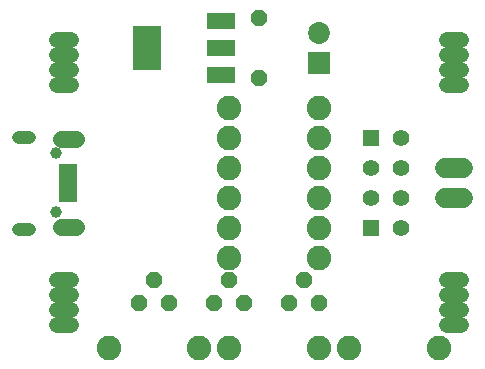
<source format=gbr>
G04 EAGLE Gerber RS-274X export*
G75*
%MOMM*%
%FSLAX34Y34*%
%LPD*%
%INSoldermask Top*%
%IPPOS*%
%AMOC8*
5,1,8,0,0,1.08239X$1,22.5*%
G01*
%ADD10R,1.854200X1.854200*%
%ADD11C,1.854200*%
%ADD12P,1.539592X8X112.500000*%
%ADD13C,1.346200*%
%ADD14R,1.503200X0.653200*%
%ADD15C,1.478200*%
%ADD16C,1.103200*%
%ADD17C,1.003200*%
%ADD18C,1.727200*%
%ADD19P,1.539592X8X22.500000*%
%ADD20C,2.082800*%
%ADD21R,1.403200X1.403200*%
%ADD22C,1.403200*%
%ADD23R,2.438400X1.422400*%
%ADD24R,2.403200X3.803200*%


D10*
X266700Y381200D03*
D11*
X266700Y406200D03*
D12*
X215900Y368300D03*
X215900Y419100D03*
D13*
X375285Y184150D02*
X386715Y184150D01*
X386715Y196850D02*
X375285Y196850D01*
X375285Y171450D02*
X386715Y171450D01*
X386715Y158750D02*
X375285Y158750D01*
X375285Y387350D02*
X386715Y387350D01*
X386715Y400050D02*
X375285Y400050D01*
X375285Y374650D02*
X386715Y374650D01*
X386715Y361950D02*
X375285Y361950D01*
X56515Y387350D02*
X45085Y387350D01*
X45085Y400050D02*
X56515Y400050D01*
X56515Y374650D02*
X45085Y374650D01*
X45085Y361950D02*
X56515Y361950D01*
X56515Y184150D02*
X45085Y184150D01*
X45085Y196850D02*
X56515Y196850D01*
X56515Y171450D02*
X45085Y171450D01*
X45085Y158750D02*
X56515Y158750D01*
D14*
X54400Y292400D03*
X54400Y285900D03*
X54400Y279400D03*
X54400Y272900D03*
X54400Y266400D03*
D15*
X48025Y316650D02*
X60775Y316650D01*
X60775Y242150D02*
X48025Y242150D01*
D16*
X20900Y318150D02*
X11900Y318150D01*
X11900Y240650D02*
X20900Y240650D01*
D17*
X43900Y304400D03*
X43900Y254400D03*
D18*
X373380Y292100D02*
X388620Y292100D01*
X388620Y266700D02*
X373380Y266700D01*
D19*
X114300Y177800D03*
X127000Y196850D03*
X139700Y177800D03*
X203200Y177800D03*
X190500Y196850D03*
X177800Y177800D03*
X266700Y177800D03*
X254000Y196850D03*
X241300Y177800D03*
D20*
X88900Y139700D03*
X165100Y139700D03*
X190500Y317500D03*
X266700Y317500D03*
X266700Y342900D03*
X190500Y342900D03*
X190500Y139700D03*
X266700Y139700D03*
X190500Y266700D03*
X266700Y266700D03*
X266700Y292100D03*
X190500Y292100D03*
X292100Y139700D03*
X368300Y139700D03*
X190500Y215900D03*
X266700Y215900D03*
X266700Y241300D03*
X190500Y241300D03*
D21*
X310375Y241150D03*
X310375Y317350D03*
D22*
X310375Y266550D03*
X310375Y291950D03*
X335775Y291950D03*
X335775Y266550D03*
X335775Y241150D03*
X335775Y317350D03*
D23*
X183388Y370586D03*
X183388Y393700D03*
X183388Y416814D03*
D24*
X121410Y393700D03*
M02*

</source>
